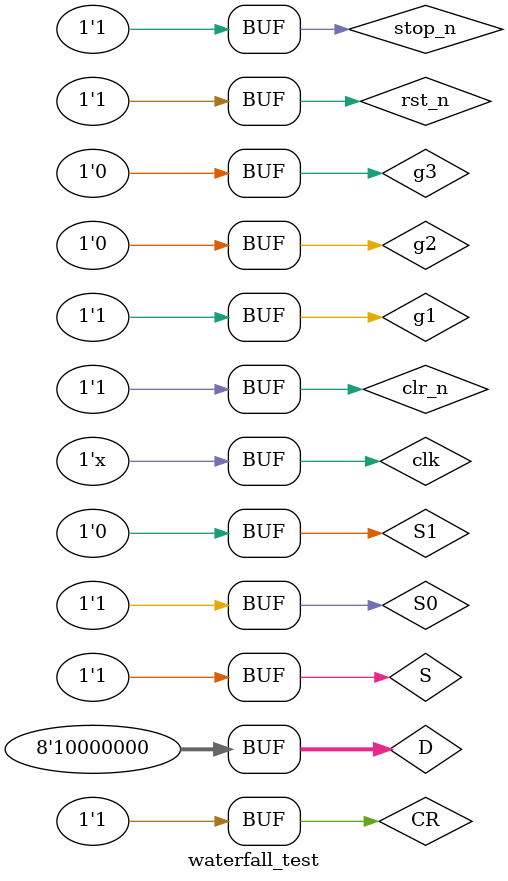
<source format=v>
`timescale 10ns/1ns
module waterfall_test();
	reg clk;
	reg rst_n;//system
	reg clr_n;
	reg stop_n;//counter
	reg g1,g2,g3;//decoder
	reg S1,S0,CR;
	reg [7:0] D;//shift
	reg S;//Mux
	wire [7:0]Q;

    waterfall waterfall_test(clk,rst_n,clr_n,stop_n,g1,g2,g3,S1,S0,CR,D,S,Q);
    initial begin
		clk=0;
		rst_n=0;//system
		clr_n=0;
		stop_n=0;//counter
		g1=1;
		g2=0;
		g3=0;//decoder
		S1=1;
		S0=1;
		CR=1;//shift
		D=8'b1000_0000;
		S=1;//initial
		#2
		clr_n=1;
		#2
		rst_n=1;
		//clr_n=1;
		stop_n=1;
		S1=0;
		S0=1;
		//# 2000000stop();
	end
    always begin
        #1 clk= ~clk;
    end
endmodule
</source>
